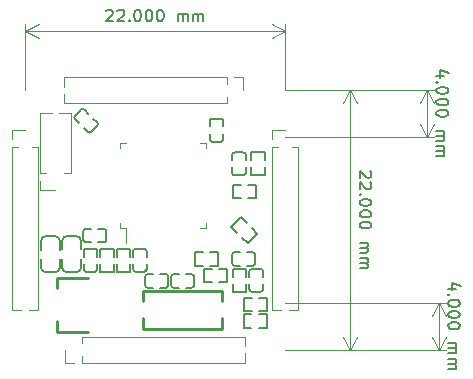
<source format=gbr>
G04 #@! TF.GenerationSoftware,KiCad,Pcbnew,5.1.4-e60b266~84~ubuntu18.04.1*
G04 #@! TF.CreationDate,2019-11-01T23:52:35+08:00*
G04 #@! TF.ProjectId,dap-stm32f103,6461702d-7374-46d3-9332-663130332e6b,rev?*
G04 #@! TF.SameCoordinates,Original*
G04 #@! TF.FileFunction,Legend,Top*
G04 #@! TF.FilePolarity,Positive*
%FSLAX46Y46*%
G04 Gerber Fmt 4.6, Leading zero omitted, Abs format (unit mm)*
G04 Created by KiCad (PCBNEW 5.1.4-e60b266~84~ubuntu18.04.1) date 2019-11-01 23:52:35*
%MOMM*%
%LPD*%
G04 APERTURE LIST*
%ADD10C,0.150000*%
%ADD11C,0.120000*%
%ADD12C,0.200000*%
%ADD13C,0.254000*%
G04 APERTURE END LIST*
D10*
X150448285Y-90677523D02*
X149781619Y-90677523D01*
X150829238Y-90439428D02*
X150114952Y-90201333D01*
X150114952Y-90820380D01*
X149876857Y-91201333D02*
X149829238Y-91248952D01*
X149781619Y-91201333D01*
X149829238Y-91153714D01*
X149876857Y-91201333D01*
X149781619Y-91201333D01*
X150781619Y-91868000D02*
X150781619Y-91963238D01*
X150734000Y-92058476D01*
X150686380Y-92106095D01*
X150591142Y-92153714D01*
X150400666Y-92201333D01*
X150162571Y-92201333D01*
X149972095Y-92153714D01*
X149876857Y-92106095D01*
X149829238Y-92058476D01*
X149781619Y-91963238D01*
X149781619Y-91868000D01*
X149829238Y-91772761D01*
X149876857Y-91725142D01*
X149972095Y-91677523D01*
X150162571Y-91629904D01*
X150400666Y-91629904D01*
X150591142Y-91677523D01*
X150686380Y-91725142D01*
X150734000Y-91772761D01*
X150781619Y-91868000D01*
X150781619Y-92820380D02*
X150781619Y-92915619D01*
X150734000Y-93010857D01*
X150686380Y-93058476D01*
X150591142Y-93106095D01*
X150400666Y-93153714D01*
X150162571Y-93153714D01*
X149972095Y-93106095D01*
X149876857Y-93058476D01*
X149829238Y-93010857D01*
X149781619Y-92915619D01*
X149781619Y-92820380D01*
X149829238Y-92725142D01*
X149876857Y-92677523D01*
X149972095Y-92629904D01*
X150162571Y-92582285D01*
X150400666Y-92582285D01*
X150591142Y-92629904D01*
X150686380Y-92677523D01*
X150734000Y-92725142D01*
X150781619Y-92820380D01*
X150781619Y-93772761D02*
X150781619Y-93868000D01*
X150734000Y-93963238D01*
X150686380Y-94010857D01*
X150591142Y-94058476D01*
X150400666Y-94106095D01*
X150162571Y-94106095D01*
X149972095Y-94058476D01*
X149876857Y-94010857D01*
X149829238Y-93963238D01*
X149781619Y-93868000D01*
X149781619Y-93772761D01*
X149829238Y-93677523D01*
X149876857Y-93629904D01*
X149972095Y-93582285D01*
X150162571Y-93534666D01*
X150400666Y-93534666D01*
X150591142Y-93582285D01*
X150686380Y-93629904D01*
X150734000Y-93677523D01*
X150781619Y-93772761D01*
X149781619Y-95296571D02*
X150448285Y-95296571D01*
X150353047Y-95296571D02*
X150400666Y-95344190D01*
X150448285Y-95439428D01*
X150448285Y-95582285D01*
X150400666Y-95677523D01*
X150305428Y-95725142D01*
X149781619Y-95725142D01*
X150305428Y-95725142D02*
X150400666Y-95772761D01*
X150448285Y-95868000D01*
X150448285Y-96010857D01*
X150400666Y-96106095D01*
X150305428Y-96153714D01*
X149781619Y-96153714D01*
X149781619Y-96629904D02*
X150448285Y-96629904D01*
X150353047Y-96629904D02*
X150400666Y-96677523D01*
X150448285Y-96772761D01*
X150448285Y-96915619D01*
X150400666Y-97010857D01*
X150305428Y-97058476D01*
X149781619Y-97058476D01*
X150305428Y-97058476D02*
X150400666Y-97106095D01*
X150448285Y-97201333D01*
X150448285Y-97344190D01*
X150400666Y-97439428D01*
X150305428Y-97487047D01*
X149781619Y-97487047D01*
D11*
X148964000Y-91868000D02*
X148964000Y-95868000D01*
X135964000Y-91868000D02*
X149550421Y-91868000D01*
X135964000Y-95868000D02*
X149550421Y-95868000D01*
X148964000Y-95868000D02*
X148377579Y-94741496D01*
X148964000Y-95868000D02*
X149550421Y-94741496D01*
X148964000Y-91868000D02*
X148377579Y-92994504D01*
X148964000Y-91868000D02*
X149550421Y-92994504D01*
D10*
X149448285Y-72677523D02*
X148781619Y-72677523D01*
X149829238Y-72439428D02*
X149114952Y-72201333D01*
X149114952Y-72820380D01*
X148876857Y-73201333D02*
X148829238Y-73248952D01*
X148781619Y-73201333D01*
X148829238Y-73153714D01*
X148876857Y-73201333D01*
X148781619Y-73201333D01*
X149781619Y-73868000D02*
X149781619Y-73963238D01*
X149734000Y-74058476D01*
X149686380Y-74106095D01*
X149591142Y-74153714D01*
X149400666Y-74201333D01*
X149162571Y-74201333D01*
X148972095Y-74153714D01*
X148876857Y-74106095D01*
X148829238Y-74058476D01*
X148781619Y-73963238D01*
X148781619Y-73868000D01*
X148829238Y-73772761D01*
X148876857Y-73725142D01*
X148972095Y-73677523D01*
X149162571Y-73629904D01*
X149400666Y-73629904D01*
X149591142Y-73677523D01*
X149686380Y-73725142D01*
X149734000Y-73772761D01*
X149781619Y-73868000D01*
X149781619Y-74820380D02*
X149781619Y-74915619D01*
X149734000Y-75010857D01*
X149686380Y-75058476D01*
X149591142Y-75106095D01*
X149400666Y-75153714D01*
X149162571Y-75153714D01*
X148972095Y-75106095D01*
X148876857Y-75058476D01*
X148829238Y-75010857D01*
X148781619Y-74915619D01*
X148781619Y-74820380D01*
X148829238Y-74725142D01*
X148876857Y-74677523D01*
X148972095Y-74629904D01*
X149162571Y-74582285D01*
X149400666Y-74582285D01*
X149591142Y-74629904D01*
X149686380Y-74677523D01*
X149734000Y-74725142D01*
X149781619Y-74820380D01*
X149781619Y-75772761D02*
X149781619Y-75868000D01*
X149734000Y-75963238D01*
X149686380Y-76010857D01*
X149591142Y-76058476D01*
X149400666Y-76106095D01*
X149162571Y-76106095D01*
X148972095Y-76058476D01*
X148876857Y-76010857D01*
X148829238Y-75963238D01*
X148781619Y-75868000D01*
X148781619Y-75772761D01*
X148829238Y-75677523D01*
X148876857Y-75629904D01*
X148972095Y-75582285D01*
X149162571Y-75534666D01*
X149400666Y-75534666D01*
X149591142Y-75582285D01*
X149686380Y-75629904D01*
X149734000Y-75677523D01*
X149781619Y-75772761D01*
X148781619Y-77296571D02*
X149448285Y-77296571D01*
X149353047Y-77296571D02*
X149400666Y-77344190D01*
X149448285Y-77439428D01*
X149448285Y-77582285D01*
X149400666Y-77677523D01*
X149305428Y-77725142D01*
X148781619Y-77725142D01*
X149305428Y-77725142D02*
X149400666Y-77772761D01*
X149448285Y-77868000D01*
X149448285Y-78010857D01*
X149400666Y-78106095D01*
X149305428Y-78153714D01*
X148781619Y-78153714D01*
X148781619Y-78629904D02*
X149448285Y-78629904D01*
X149353047Y-78629904D02*
X149400666Y-78677523D01*
X149448285Y-78772761D01*
X149448285Y-78915619D01*
X149400666Y-79010857D01*
X149305428Y-79058476D01*
X148781619Y-79058476D01*
X149305428Y-79058476D02*
X149400666Y-79106095D01*
X149448285Y-79201333D01*
X149448285Y-79344190D01*
X149400666Y-79439428D01*
X149305428Y-79487047D01*
X148781619Y-79487047D01*
D11*
X147964000Y-73868000D02*
X147964000Y-77868000D01*
X135964000Y-73868000D02*
X148550421Y-73868000D01*
X135964000Y-77868000D02*
X148550421Y-77868000D01*
X147964000Y-77868000D02*
X147377579Y-76741496D01*
X147964000Y-77868000D02*
X148550421Y-76741496D01*
X147964000Y-73868000D02*
X147377579Y-74994504D01*
X147964000Y-73868000D02*
X148550421Y-74994504D01*
D10*
X120821142Y-67145619D02*
X120868761Y-67098000D01*
X120964000Y-67050380D01*
X121202095Y-67050380D01*
X121297333Y-67098000D01*
X121344952Y-67145619D01*
X121392571Y-67240857D01*
X121392571Y-67336095D01*
X121344952Y-67478952D01*
X120773523Y-68050380D01*
X121392571Y-68050380D01*
X121773523Y-67145619D02*
X121821142Y-67098000D01*
X121916380Y-67050380D01*
X122154476Y-67050380D01*
X122249714Y-67098000D01*
X122297333Y-67145619D01*
X122344952Y-67240857D01*
X122344952Y-67336095D01*
X122297333Y-67478952D01*
X121725904Y-68050380D01*
X122344952Y-68050380D01*
X122773523Y-67955142D02*
X122821142Y-68002761D01*
X122773523Y-68050380D01*
X122725904Y-68002761D01*
X122773523Y-67955142D01*
X122773523Y-68050380D01*
X123440190Y-67050380D02*
X123535428Y-67050380D01*
X123630666Y-67098000D01*
X123678285Y-67145619D01*
X123725904Y-67240857D01*
X123773523Y-67431333D01*
X123773523Y-67669428D01*
X123725904Y-67859904D01*
X123678285Y-67955142D01*
X123630666Y-68002761D01*
X123535428Y-68050380D01*
X123440190Y-68050380D01*
X123344952Y-68002761D01*
X123297333Y-67955142D01*
X123249714Y-67859904D01*
X123202095Y-67669428D01*
X123202095Y-67431333D01*
X123249714Y-67240857D01*
X123297333Y-67145619D01*
X123344952Y-67098000D01*
X123440190Y-67050380D01*
X124392571Y-67050380D02*
X124487809Y-67050380D01*
X124583047Y-67098000D01*
X124630666Y-67145619D01*
X124678285Y-67240857D01*
X124725904Y-67431333D01*
X124725904Y-67669428D01*
X124678285Y-67859904D01*
X124630666Y-67955142D01*
X124583047Y-68002761D01*
X124487809Y-68050380D01*
X124392571Y-68050380D01*
X124297333Y-68002761D01*
X124249714Y-67955142D01*
X124202095Y-67859904D01*
X124154476Y-67669428D01*
X124154476Y-67431333D01*
X124202095Y-67240857D01*
X124249714Y-67145619D01*
X124297333Y-67098000D01*
X124392571Y-67050380D01*
X125344952Y-67050380D02*
X125440190Y-67050380D01*
X125535428Y-67098000D01*
X125583047Y-67145619D01*
X125630666Y-67240857D01*
X125678285Y-67431333D01*
X125678285Y-67669428D01*
X125630666Y-67859904D01*
X125583047Y-67955142D01*
X125535428Y-68002761D01*
X125440190Y-68050380D01*
X125344952Y-68050380D01*
X125249714Y-68002761D01*
X125202095Y-67955142D01*
X125154476Y-67859904D01*
X125106857Y-67669428D01*
X125106857Y-67431333D01*
X125154476Y-67240857D01*
X125202095Y-67145619D01*
X125249714Y-67098000D01*
X125344952Y-67050380D01*
X126868761Y-68050380D02*
X126868761Y-67383714D01*
X126868761Y-67478952D02*
X126916380Y-67431333D01*
X127011619Y-67383714D01*
X127154476Y-67383714D01*
X127249714Y-67431333D01*
X127297333Y-67526571D01*
X127297333Y-68050380D01*
X127297333Y-67526571D02*
X127344952Y-67431333D01*
X127440190Y-67383714D01*
X127583047Y-67383714D01*
X127678285Y-67431333D01*
X127725904Y-67526571D01*
X127725904Y-68050380D01*
X128202095Y-68050380D02*
X128202095Y-67383714D01*
X128202095Y-67478952D02*
X128249714Y-67431333D01*
X128344952Y-67383714D01*
X128487809Y-67383714D01*
X128583047Y-67431333D01*
X128630666Y-67526571D01*
X128630666Y-68050380D01*
X128630666Y-67526571D02*
X128678285Y-67431333D01*
X128773523Y-67383714D01*
X128916380Y-67383714D01*
X129011619Y-67431333D01*
X129059238Y-67526571D01*
X129059238Y-68050380D01*
D11*
X135964000Y-68868000D02*
X113964000Y-68868000D01*
X135964000Y-73868000D02*
X135964000Y-68281579D01*
X113964000Y-73868000D02*
X113964000Y-68281579D01*
X113964000Y-68868000D02*
X115090504Y-68281579D01*
X113964000Y-68868000D02*
X115090504Y-69454421D01*
X135964000Y-68868000D02*
X134837496Y-68281579D01*
X135964000Y-68868000D02*
X134837496Y-69454421D01*
D10*
X143186380Y-80725142D02*
X143234000Y-80772761D01*
X143281619Y-80868000D01*
X143281619Y-81106095D01*
X143234000Y-81201333D01*
X143186380Y-81248952D01*
X143091142Y-81296571D01*
X142995904Y-81296571D01*
X142853047Y-81248952D01*
X142281619Y-80677523D01*
X142281619Y-81296571D01*
X143186380Y-81677523D02*
X143234000Y-81725142D01*
X143281619Y-81820380D01*
X143281619Y-82058476D01*
X143234000Y-82153714D01*
X143186380Y-82201333D01*
X143091142Y-82248952D01*
X142995904Y-82248952D01*
X142853047Y-82201333D01*
X142281619Y-81629904D01*
X142281619Y-82248952D01*
X142376857Y-82677523D02*
X142329238Y-82725142D01*
X142281619Y-82677523D01*
X142329238Y-82629904D01*
X142376857Y-82677523D01*
X142281619Y-82677523D01*
X143281619Y-83344190D02*
X143281619Y-83439428D01*
X143234000Y-83534666D01*
X143186380Y-83582285D01*
X143091142Y-83629904D01*
X142900666Y-83677523D01*
X142662571Y-83677523D01*
X142472095Y-83629904D01*
X142376857Y-83582285D01*
X142329238Y-83534666D01*
X142281619Y-83439428D01*
X142281619Y-83344190D01*
X142329238Y-83248952D01*
X142376857Y-83201333D01*
X142472095Y-83153714D01*
X142662571Y-83106095D01*
X142900666Y-83106095D01*
X143091142Y-83153714D01*
X143186380Y-83201333D01*
X143234000Y-83248952D01*
X143281619Y-83344190D01*
X143281619Y-84296571D02*
X143281619Y-84391809D01*
X143234000Y-84487047D01*
X143186380Y-84534666D01*
X143091142Y-84582285D01*
X142900666Y-84629904D01*
X142662571Y-84629904D01*
X142472095Y-84582285D01*
X142376857Y-84534666D01*
X142329238Y-84487047D01*
X142281619Y-84391809D01*
X142281619Y-84296571D01*
X142329238Y-84201333D01*
X142376857Y-84153714D01*
X142472095Y-84106095D01*
X142662571Y-84058476D01*
X142900666Y-84058476D01*
X143091142Y-84106095D01*
X143186380Y-84153714D01*
X143234000Y-84201333D01*
X143281619Y-84296571D01*
X143281619Y-85248952D02*
X143281619Y-85344190D01*
X143234000Y-85439428D01*
X143186380Y-85487047D01*
X143091142Y-85534666D01*
X142900666Y-85582285D01*
X142662571Y-85582285D01*
X142472095Y-85534666D01*
X142376857Y-85487047D01*
X142329238Y-85439428D01*
X142281619Y-85344190D01*
X142281619Y-85248952D01*
X142329238Y-85153714D01*
X142376857Y-85106095D01*
X142472095Y-85058476D01*
X142662571Y-85010857D01*
X142900666Y-85010857D01*
X143091142Y-85058476D01*
X143186380Y-85106095D01*
X143234000Y-85153714D01*
X143281619Y-85248952D01*
X142281619Y-86772761D02*
X142948285Y-86772761D01*
X142853047Y-86772761D02*
X142900666Y-86820380D01*
X142948285Y-86915619D01*
X142948285Y-87058476D01*
X142900666Y-87153714D01*
X142805428Y-87201333D01*
X142281619Y-87201333D01*
X142805428Y-87201333D02*
X142900666Y-87248952D01*
X142948285Y-87344190D01*
X142948285Y-87487047D01*
X142900666Y-87582285D01*
X142805428Y-87629904D01*
X142281619Y-87629904D01*
X142281619Y-88106095D02*
X142948285Y-88106095D01*
X142853047Y-88106095D02*
X142900666Y-88153714D01*
X142948285Y-88248952D01*
X142948285Y-88391809D01*
X142900666Y-88487047D01*
X142805428Y-88534666D01*
X142281619Y-88534666D01*
X142805428Y-88534666D02*
X142900666Y-88582285D01*
X142948285Y-88677523D01*
X142948285Y-88820380D01*
X142900666Y-88915619D01*
X142805428Y-88963238D01*
X142281619Y-88963238D01*
D11*
X141464000Y-73868000D02*
X141464000Y-95868000D01*
X135964000Y-73868000D02*
X142050421Y-73868000D01*
X135964000Y-95868000D02*
X142050421Y-95868000D01*
X141464000Y-95868000D02*
X140877579Y-94741496D01*
X141464000Y-95868000D02*
X142050421Y-94741496D01*
X141464000Y-73868000D02*
X140877579Y-74994504D01*
X141464000Y-73868000D02*
X142050421Y-74994504D01*
X137074000Y-78668000D02*
X137074000Y-92478000D01*
X134844000Y-78668000D02*
X134844000Y-92478000D01*
X134854000Y-78008000D02*
X134854000Y-77248000D01*
X134844000Y-78668000D02*
X135390529Y-78668000D01*
X136271530Y-92478000D02*
X137074000Y-92478000D01*
X134854000Y-77248000D02*
X135964000Y-77248000D01*
X136517471Y-78668000D02*
X137064000Y-78668000D01*
X134844000Y-92478000D02*
X135646470Y-92478000D01*
X115074000Y-78668000D02*
X115074000Y-92478000D01*
X112844000Y-78668000D02*
X112844000Y-92478000D01*
X112854000Y-78008000D02*
X112854000Y-77248000D01*
X112844000Y-78668000D02*
X113390529Y-78668000D01*
X114271530Y-92478000D02*
X115074000Y-92478000D01*
X112854000Y-77248000D02*
X113964000Y-77248000D01*
X114517471Y-78668000D02*
X115064000Y-78668000D01*
X112844000Y-92478000D02*
X113646470Y-92478000D01*
X118784000Y-94738000D02*
X132594000Y-94738000D01*
X118784000Y-96968000D02*
X132594000Y-96968000D01*
X118124000Y-96958000D02*
X117364000Y-96958000D01*
X118784000Y-96968000D02*
X118784000Y-96421471D01*
X132594000Y-95540470D02*
X132594000Y-94738000D01*
X117364000Y-96958000D02*
X117364000Y-95848000D01*
X118784000Y-95294529D02*
X118784000Y-94748000D01*
X132594000Y-96968000D02*
X132594000Y-96165530D01*
X131024000Y-74998000D02*
X117214000Y-74998000D01*
X131024000Y-72768000D02*
X117214000Y-72768000D01*
X131684000Y-72778000D02*
X132444000Y-72778000D01*
X131024000Y-72768000D02*
X131024000Y-73314529D01*
X117214000Y-74195530D02*
X117214000Y-74998000D01*
X132444000Y-72778000D02*
X132444000Y-73888000D01*
X131024000Y-74441471D02*
X131024000Y-74988000D01*
X117214000Y-72768000D02*
X117214000Y-73570470D01*
D12*
X121723000Y-87289000D02*
X122873000Y-87289000D01*
X121723000Y-89239000D02*
X122873000Y-89239000D01*
X122873000Y-87289000D02*
X122873000Y-87964000D01*
X122873000Y-88564000D02*
X122873000Y-89239000D01*
X121723000Y-87289000D02*
X121723000Y-87964000D01*
X121723000Y-88564000D02*
X121723000Y-89239000D01*
X133734000Y-92583000D02*
X134409000Y-92583000D01*
X132459000Y-92583000D02*
X133134000Y-92583000D01*
X133734000Y-91433000D02*
X134409000Y-91433000D01*
X132459000Y-91433000D02*
X133134000Y-91433000D01*
X134409000Y-92583000D02*
X134409000Y-91433000D01*
X132459000Y-92583000D02*
X132459000Y-91433000D01*
D11*
X116514000Y-82318000D02*
X115184000Y-82318000D01*
X115184000Y-82318000D02*
X115184000Y-81558000D01*
X115184000Y-80923000D02*
X115184000Y-75783000D01*
X116206470Y-75783000D02*
X115184000Y-75783000D01*
X117844000Y-75783000D02*
X116821530Y-75783000D01*
X117844000Y-80923000D02*
X117844000Y-75783000D01*
X115754000Y-80923000D02*
X115184000Y-80923000D01*
X117844000Y-80923000D02*
X117274000Y-80923000D01*
D13*
X130629000Y-94058000D02*
X123979000Y-94058000D01*
X130629000Y-93158000D02*
X130629000Y-94058000D01*
X123979000Y-93158000D02*
X123979000Y-94058000D01*
X130629000Y-90858000D02*
X130629000Y-91758000D01*
X123979000Y-90858000D02*
X123979000Y-91758000D01*
X130629000Y-90858000D02*
X123979000Y-90858000D01*
X116674000Y-94358000D02*
X119274000Y-94358000D01*
X116674000Y-94358000D02*
X116674000Y-93458000D01*
X116674000Y-89758000D02*
X119274000Y-89758000D01*
X116674000Y-90658000D02*
X116674000Y-89758000D01*
D11*
X129239000Y-78776500D02*
X129239000Y-78326500D01*
X129239000Y-78326500D02*
X128789000Y-78326500D01*
X129239000Y-85096500D02*
X129239000Y-85546500D01*
X129239000Y-85546500D02*
X128789000Y-85546500D01*
X122019000Y-78776500D02*
X122019000Y-78326500D01*
X122019000Y-78326500D02*
X122469000Y-78326500D01*
X122019000Y-85096500D02*
X122019000Y-85546500D01*
X122019000Y-85546500D02*
X122469000Y-85546500D01*
X122469000Y-85546500D02*
X122469000Y-86836500D01*
D12*
X120323000Y-87289000D02*
X121473000Y-87289000D01*
X120323000Y-89239000D02*
X121473000Y-89239000D01*
X121473000Y-87289000D02*
X121473000Y-87964000D01*
X121473000Y-88564000D02*
X121473000Y-89239000D01*
X120323000Y-87289000D02*
X120323000Y-87964000D01*
X120323000Y-88564000D02*
X120323000Y-89239000D01*
X130374000Y-90143000D02*
X131049000Y-90143000D01*
X129099000Y-90143000D02*
X129774000Y-90143000D01*
X130374000Y-88993000D02*
X131049000Y-88993000D01*
X129099000Y-88993000D02*
X129774000Y-88993000D01*
X131049000Y-90143000D02*
X131049000Y-88993000D01*
X129099000Y-90143000D02*
X129099000Y-88993000D01*
X128994000Y-87593000D02*
X128319000Y-87593000D01*
X130269000Y-87593000D02*
X129594000Y-87593000D01*
X128994000Y-88743000D02*
X128319000Y-88743000D01*
X130269000Y-88743000D02*
X129594000Y-88743000D01*
X128319000Y-87593000D02*
X128319000Y-88743000D01*
X130269000Y-87593000D02*
X130269000Y-88743000D01*
X131549000Y-90278000D02*
X131549000Y-90953000D01*
X131549000Y-89003000D02*
X131549000Y-89678000D01*
X132699000Y-90278000D02*
X132699000Y-90953000D01*
X132699000Y-89003000D02*
X132699000Y-89678000D01*
X131549000Y-90953000D02*
X132699000Y-90953000D01*
X131549000Y-89003000D02*
X132699000Y-89003000D01*
X132718454Y-85129282D02*
X132241157Y-84651984D01*
X133620016Y-86030843D02*
X133142718Y-85553546D01*
X131905282Y-85942454D02*
X131427984Y-85465157D01*
X132806843Y-86844016D02*
X132329546Y-86366718D01*
X132241157Y-84651984D02*
X131427984Y-85465157D01*
X133620016Y-86030843D02*
X132806843Y-86844016D01*
X133124000Y-92823000D02*
X132449000Y-92823000D01*
X134399000Y-92823000D02*
X133724000Y-92823000D01*
X133124000Y-93973000D02*
X132449000Y-93973000D01*
X134399000Y-93973000D02*
X133724000Y-93973000D01*
X132449000Y-92823000D02*
X132449000Y-93973000D01*
X134399000Y-92823000D02*
X134399000Y-93973000D01*
X132864000Y-83043000D02*
X133539000Y-83043000D01*
X131589000Y-83043000D02*
X132264000Y-83043000D01*
X132864000Y-81893000D02*
X133539000Y-81893000D01*
X131589000Y-81893000D02*
X132264000Y-81893000D01*
X133539000Y-83043000D02*
X133539000Y-81893000D01*
X131589000Y-83043000D02*
X131589000Y-81893000D01*
X133089000Y-80418000D02*
X133089000Y-81093000D01*
X133089000Y-79143000D02*
X133089000Y-79818000D01*
X134239000Y-80418000D02*
X134239000Y-81093000D01*
X134239000Y-79143000D02*
X134239000Y-79818000D01*
X133089000Y-81093000D02*
X134239000Y-81093000D01*
X133089000Y-79143000D02*
X134239000Y-79143000D01*
X120838990Y-85833000D02*
X120838990Y-86543000D01*
X120614000Y-85613000D02*
X120163990Y-85613000D01*
X120614000Y-86763000D02*
X120164000Y-86763000D01*
X119564000Y-85613000D02*
X119114000Y-85613000D01*
X119564000Y-86763000D02*
X119114000Y-86763000D01*
X118889000Y-85833000D02*
X118889000Y-86543000D01*
X120619000Y-85613000D02*
G75*
G02X120839000Y-85833000I0J-220000D01*
G01*
X120839000Y-86543000D02*
G75*
G02X120619000Y-86763000I-220000J0D01*
G01*
X118889000Y-85833000D02*
G75*
G02X119109000Y-85613000I220000J0D01*
G01*
X119109000Y-86763000D02*
G75*
G02X118889000Y-86543000I0J220000D01*
G01*
X130519000Y-78222990D02*
X129809000Y-78222990D01*
X130739000Y-77998000D02*
X130739000Y-77547990D01*
X129589000Y-77998000D02*
X129589000Y-77548000D01*
X130739000Y-76948000D02*
X130739000Y-76498000D01*
X129589000Y-76948000D02*
X129589000Y-76498000D01*
X130519000Y-76273000D02*
X129809000Y-76273000D01*
X130739000Y-78003000D02*
G75*
G02X130519000Y-78223000I-220000J0D01*
G01*
X129809000Y-78223000D02*
G75*
G02X129589000Y-78003000I0J220000D01*
G01*
X130519000Y-76273000D02*
G75*
G02X130739000Y-76493000I0J-220000D01*
G01*
X129589000Y-76493000D02*
G75*
G02X129809000Y-76273000I220000J0D01*
G01*
X131489010Y-88523000D02*
X131489010Y-87813000D01*
X131714000Y-88743000D02*
X132164010Y-88743000D01*
X131714000Y-87593000D02*
X132164000Y-87593000D01*
X132764000Y-88743000D02*
X133214000Y-88743000D01*
X132764000Y-87593000D02*
X133214000Y-87593000D01*
X133439000Y-88523000D02*
X133439000Y-87813000D01*
X131709000Y-88743000D02*
G75*
G02X131489000Y-88523000I0J220000D01*
G01*
X131489000Y-87813000D02*
G75*
G02X131709000Y-87593000I220000J0D01*
G01*
X133439000Y-88523000D02*
G75*
G02X133219000Y-88743000I-220000J0D01*
G01*
X133219000Y-87593000D02*
G75*
G02X133439000Y-87813000I0J-220000D01*
G01*
X120064445Y-76906399D02*
X119562399Y-77408445D01*
X120060916Y-76591744D02*
X119742711Y-76273539D01*
X119247744Y-77404916D02*
X118929546Y-77086718D01*
X119318454Y-75849282D02*
X119000256Y-75531084D01*
X118505282Y-76662454D02*
X118187084Y-76344256D01*
X118685594Y-75527548D02*
X118183548Y-76029594D01*
X120064452Y-76595280D02*
G75*
G02X120064452Y-76906406I-155563J-155563D01*
G01*
X119562406Y-77408453D02*
G75*
G02X119251279Y-77408452I-155563J155564D01*
G01*
X118685594Y-75527547D02*
G75*
G02X118996721Y-75527548I155563J-155564D01*
G01*
X118183548Y-76340720D02*
G75*
G02X118183548Y-76029594I155563J155563D01*
G01*
X120073000Y-89019000D02*
G75*
G02X119853000Y-89239000I-220000J0D01*
G01*
X119143000Y-89239000D02*
G75*
G02X118923000Y-89019000I0J220000D01*
G01*
X119853000Y-87289000D02*
G75*
G02X120073000Y-87509000I0J-220000D01*
G01*
X118923000Y-87509000D02*
G75*
G02X119143000Y-87289000I220000J0D01*
G01*
X119143000Y-89239000D02*
X119853000Y-89239000D01*
X120073000Y-88564000D02*
X120073000Y-89014000D01*
X118923000Y-88564000D02*
X118923000Y-89014000D01*
X120073000Y-87514000D02*
X120073000Y-87964000D01*
X118923000Y-87514000D02*
X118923000Y-87964010D01*
X119143000Y-87289010D02*
X119853000Y-87289010D01*
X117104000Y-88893000D02*
X117104000Y-88158000D01*
X118284000Y-86223000D02*
X117504000Y-86223000D01*
X118284000Y-89293000D02*
X117504000Y-89293000D01*
X117104000Y-87358000D02*
X117104000Y-86623000D01*
X118684000Y-87358000D02*
X118684000Y-86623000D01*
X118684000Y-88893000D02*
X118684000Y-88158000D01*
X117104000Y-86623000D02*
G75*
G02X117504000Y-86223000I400000J0D01*
G01*
X118284000Y-86223000D02*
G75*
G02X118684000Y-86623000I0J-400000D01*
G01*
X118684000Y-88893000D02*
G75*
G02X118284000Y-89293000I-400000J0D01*
G01*
X117504000Y-89293000D02*
G75*
G02X117104000Y-88893000I0J400000D01*
G01*
X124249000Y-89019000D02*
G75*
G02X124029000Y-89239000I-220000J0D01*
G01*
X123319000Y-89239000D02*
G75*
G02X123099000Y-89019000I0J220000D01*
G01*
X124029000Y-87289000D02*
G75*
G02X124249000Y-87509000I0J-220000D01*
G01*
X123099000Y-87509000D02*
G75*
G02X123319000Y-87289000I220000J0D01*
G01*
X123319000Y-89239000D02*
X124029000Y-89239000D01*
X124249000Y-88564000D02*
X124249000Y-89014000D01*
X123099000Y-88564000D02*
X123099000Y-89014000D01*
X124249000Y-87514000D02*
X124249000Y-87964000D01*
X123099000Y-87514000D02*
X123099000Y-87964010D01*
X123319000Y-87289010D02*
X124029000Y-87289010D01*
X115304000Y-88903000D02*
X115304000Y-88168000D01*
X116484000Y-86233000D02*
X115704000Y-86233000D01*
X116484000Y-89303000D02*
X115704000Y-89303000D01*
X115304000Y-87368000D02*
X115304000Y-86633000D01*
X116884000Y-87368000D02*
X116884000Y-86633000D01*
X116884000Y-88903000D02*
X116884000Y-88168000D01*
X115304000Y-86633000D02*
G75*
G02X115704000Y-86233000I400000J0D01*
G01*
X116484000Y-86233000D02*
G75*
G02X116884000Y-86633000I0J-400000D01*
G01*
X116884000Y-88903000D02*
G75*
G02X116484000Y-89303000I-400000J0D01*
G01*
X115704000Y-89303000D02*
G75*
G02X115304000Y-88903000I0J400000D01*
G01*
X132419000Y-81092990D02*
X131709000Y-81092990D01*
X132639000Y-80868000D02*
X132639000Y-80417990D01*
X131489000Y-80868000D02*
X131489000Y-80418000D01*
X132639000Y-79818000D02*
X132639000Y-79368000D01*
X131489000Y-79818000D02*
X131489000Y-79368000D01*
X132419000Y-79143000D02*
X131709000Y-79143000D01*
X132639000Y-80873000D02*
G75*
G02X132419000Y-81093000I-220000J0D01*
G01*
X131709000Y-81093000D02*
G75*
G02X131489000Y-80873000I0J220000D01*
G01*
X132419000Y-79143000D02*
G75*
G02X132639000Y-79363000I0J-220000D01*
G01*
X131489000Y-79363000D02*
G75*
G02X131709000Y-79143000I220000J0D01*
G01*
X133169000Y-89003010D02*
X133879000Y-89003010D01*
X132949000Y-89228000D02*
X132949000Y-89678010D01*
X134099000Y-89228000D02*
X134099000Y-89678000D01*
X132949000Y-90278000D02*
X132949000Y-90728000D01*
X134099000Y-90278000D02*
X134099000Y-90728000D01*
X133169000Y-90953000D02*
X133879000Y-90953000D01*
X132949000Y-89223000D02*
G75*
G02X133169000Y-89003000I220000J0D01*
G01*
X133879000Y-89003000D02*
G75*
G02X134099000Y-89223000I0J-220000D01*
G01*
X133169000Y-90953000D02*
G75*
G02X132949000Y-90733000I0J220000D01*
G01*
X134099000Y-90733000D02*
G75*
G02X133879000Y-90953000I-220000J0D01*
G01*
X126082990Y-89671000D02*
X126082990Y-90381000D01*
X125858000Y-89451000D02*
X125407990Y-89451000D01*
X125858000Y-90601000D02*
X125408000Y-90601000D01*
X124808000Y-89451000D02*
X124358000Y-89451000D01*
X124808000Y-90601000D02*
X124358000Y-90601000D01*
X124133000Y-89671000D02*
X124133000Y-90381000D01*
X125863000Y-89451000D02*
G75*
G02X126083000Y-89671000I0J-220000D01*
G01*
X126083000Y-90381000D02*
G75*
G02X125863000Y-90601000I-220000J0D01*
G01*
X124133000Y-89671000D02*
G75*
G02X124353000Y-89451000I220000J0D01*
G01*
X124353000Y-90601000D02*
G75*
G02X124133000Y-90381000I0J220000D01*
G01*
X126319010Y-90381000D02*
X126319010Y-89671000D01*
X126544000Y-90601000D02*
X126994010Y-90601000D01*
X126544000Y-89451000D02*
X126994000Y-89451000D01*
X127594000Y-90601000D02*
X128044000Y-90601000D01*
X127594000Y-89451000D02*
X128044000Y-89451000D01*
X128269000Y-90381000D02*
X128269000Y-89671000D01*
X126539000Y-90601000D02*
G75*
G02X126319000Y-90381000I0J220000D01*
G01*
X126319000Y-89671000D02*
G75*
G02X126539000Y-89451000I220000J0D01*
G01*
X128269000Y-90381000D02*
G75*
G02X128049000Y-90601000I-220000J0D01*
G01*
X128049000Y-89451000D02*
G75*
G02X128269000Y-89671000I0J-220000D01*
G01*
M02*

</source>
